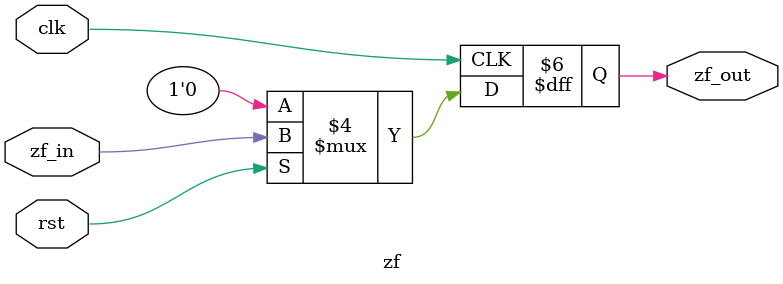
<source format=v>
module zf(zf_in,zf_out,clk,rst);
	input wire clk,rst;
	input wire zf_in;
	output reg zf_out;

	always @(posedge clk)begin
		if(!rst)begin
			zf_out <=0;
		end else begin
			zf_out <= zf_in;
		end
	end
endmodule

</source>
